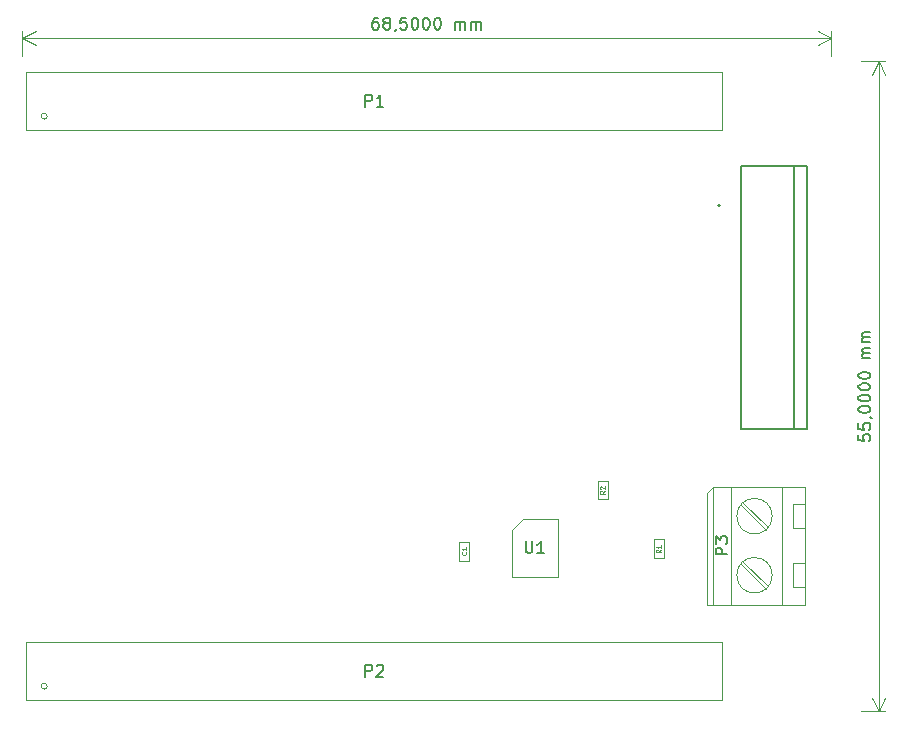
<source format=gbr>
%TF.GenerationSoftware,KiCad,Pcbnew,(6.0.11)*%
%TF.CreationDate,2024-05-08T14:50:23+07:00*%
%TF.ProjectId,CTP_Display_CANbus_revA,4354505f-4469-4737-906c-61795f43414e,rev?*%
%TF.SameCoordinates,PX5f5e100PY5f5e100*%
%TF.FileFunction,AssemblyDrawing,Top*%
%FSLAX46Y46*%
G04 Gerber Fmt 4.6, Leading zero omitted, Abs format (unit mm)*
G04 Created by KiCad (PCBNEW (6.0.11)) date 2024-05-08 14:50:23*
%MOMM*%
%LPD*%
G01*
G04 APERTURE LIST*
%ADD10C,0.150000*%
%ADD11C,0.100000*%
%ADD12C,0.060000*%
%ADD13C,0.127000*%
%ADD14C,0.200000*%
%ADD15C,0.025400*%
G04 APERTURE END LIST*
D10*
X30107142Y58697620D02*
X29916666Y58697620D01*
X29821428Y58650000D01*
X29773809Y58602381D01*
X29678571Y58459524D01*
X29630952Y58269048D01*
X29630952Y57888096D01*
X29678571Y57792858D01*
X29726190Y57745239D01*
X29821428Y57697620D01*
X30011904Y57697620D01*
X30107142Y57745239D01*
X30154761Y57792858D01*
X30202380Y57888096D01*
X30202380Y58126191D01*
X30154761Y58221429D01*
X30107142Y58269048D01*
X30011904Y58316667D01*
X29821428Y58316667D01*
X29726190Y58269048D01*
X29678571Y58221429D01*
X29630952Y58126191D01*
X30773809Y58269048D02*
X30678571Y58316667D01*
X30630952Y58364286D01*
X30583333Y58459524D01*
X30583333Y58507143D01*
X30630952Y58602381D01*
X30678571Y58650000D01*
X30773809Y58697620D01*
X30964285Y58697620D01*
X31059523Y58650000D01*
X31107142Y58602381D01*
X31154761Y58507143D01*
X31154761Y58459524D01*
X31107142Y58364286D01*
X31059523Y58316667D01*
X30964285Y58269048D01*
X30773809Y58269048D01*
X30678571Y58221429D01*
X30630952Y58173810D01*
X30583333Y58078572D01*
X30583333Y57888096D01*
X30630952Y57792858D01*
X30678571Y57745239D01*
X30773809Y57697620D01*
X30964285Y57697620D01*
X31059523Y57745239D01*
X31107142Y57792858D01*
X31154761Y57888096D01*
X31154761Y58078572D01*
X31107142Y58173810D01*
X31059523Y58221429D01*
X30964285Y58269048D01*
X31630952Y57745239D02*
X31630952Y57697620D01*
X31583333Y57602381D01*
X31535714Y57554762D01*
X32535714Y58697620D02*
X32059523Y58697620D01*
X32011904Y58221429D01*
X32059523Y58269048D01*
X32154761Y58316667D01*
X32392857Y58316667D01*
X32488095Y58269048D01*
X32535714Y58221429D01*
X32583333Y58126191D01*
X32583333Y57888096D01*
X32535714Y57792858D01*
X32488095Y57745239D01*
X32392857Y57697620D01*
X32154761Y57697620D01*
X32059523Y57745239D01*
X32011904Y57792858D01*
X33202380Y58697620D02*
X33297619Y58697620D01*
X33392857Y58650000D01*
X33440476Y58602381D01*
X33488095Y58507143D01*
X33535714Y58316667D01*
X33535714Y58078572D01*
X33488095Y57888096D01*
X33440476Y57792858D01*
X33392857Y57745239D01*
X33297619Y57697620D01*
X33202380Y57697620D01*
X33107142Y57745239D01*
X33059523Y57792858D01*
X33011904Y57888096D01*
X32964285Y58078572D01*
X32964285Y58316667D01*
X33011904Y58507143D01*
X33059523Y58602381D01*
X33107142Y58650000D01*
X33202380Y58697620D01*
X34154761Y58697620D02*
X34250000Y58697620D01*
X34345238Y58650000D01*
X34392857Y58602381D01*
X34440476Y58507143D01*
X34488095Y58316667D01*
X34488095Y58078572D01*
X34440476Y57888096D01*
X34392857Y57792858D01*
X34345238Y57745239D01*
X34250000Y57697620D01*
X34154761Y57697620D01*
X34059523Y57745239D01*
X34011904Y57792858D01*
X33964285Y57888096D01*
X33916666Y58078572D01*
X33916666Y58316667D01*
X33964285Y58507143D01*
X34011904Y58602381D01*
X34059523Y58650000D01*
X34154761Y58697620D01*
X35107142Y58697620D02*
X35202380Y58697620D01*
X35297619Y58650000D01*
X35345238Y58602381D01*
X35392857Y58507143D01*
X35440476Y58316667D01*
X35440476Y58078572D01*
X35392857Y57888096D01*
X35345238Y57792858D01*
X35297619Y57745239D01*
X35202380Y57697620D01*
X35107142Y57697620D01*
X35011904Y57745239D01*
X34964285Y57792858D01*
X34916666Y57888096D01*
X34869047Y58078572D01*
X34869047Y58316667D01*
X34916666Y58507143D01*
X34964285Y58602381D01*
X35011904Y58650000D01*
X35107142Y58697620D01*
X36630952Y57697620D02*
X36630952Y58364286D01*
X36630952Y58269048D02*
X36678571Y58316667D01*
X36773809Y58364286D01*
X36916666Y58364286D01*
X37011904Y58316667D01*
X37059523Y58221429D01*
X37059523Y57697620D01*
X37059523Y58221429D02*
X37107142Y58316667D01*
X37202380Y58364286D01*
X37345238Y58364286D01*
X37440476Y58316667D01*
X37488095Y58221429D01*
X37488095Y57697620D01*
X37964285Y57697620D02*
X37964285Y58364286D01*
X37964285Y58269048D02*
X38011904Y58316667D01*
X38107142Y58364286D01*
X38250000Y58364286D01*
X38345238Y58316667D01*
X38392857Y58221429D01*
X38392857Y57697620D01*
X38392857Y58221429D02*
X38440476Y58316667D01*
X38535714Y58364286D01*
X38678571Y58364286D01*
X38773809Y58316667D01*
X38821428Y58221429D01*
X38821428Y57697620D01*
D11*
X0Y55500000D02*
X0Y57586420D01*
X68500000Y55500000D02*
X68500000Y57586420D01*
X0Y57000000D02*
X68500000Y57000000D01*
X0Y57000000D02*
X68500000Y57000000D01*
X0Y57000000D02*
X1126504Y56413579D01*
X0Y57000000D02*
X1126504Y57586421D01*
X68500000Y57000000D02*
X67373496Y57586421D01*
X68500000Y57000000D02*
X67373496Y56413579D01*
D10*
X70802380Y23404762D02*
X70802380Y22928572D01*
X71278571Y22880953D01*
X71230952Y22928572D01*
X71183333Y23023810D01*
X71183333Y23261905D01*
X71230952Y23357143D01*
X71278571Y23404762D01*
X71373809Y23452381D01*
X71611904Y23452381D01*
X71707142Y23404762D01*
X71754761Y23357143D01*
X71802380Y23261905D01*
X71802380Y23023810D01*
X71754761Y22928572D01*
X71707142Y22880953D01*
X70802380Y24357143D02*
X70802380Y23880953D01*
X71278571Y23833334D01*
X71230952Y23880953D01*
X71183333Y23976191D01*
X71183333Y24214286D01*
X71230952Y24309524D01*
X71278571Y24357143D01*
X71373809Y24404762D01*
X71611904Y24404762D01*
X71707142Y24357143D01*
X71754761Y24309524D01*
X71802380Y24214286D01*
X71802380Y23976191D01*
X71754761Y23880953D01*
X71707142Y23833334D01*
X71754761Y24880953D02*
X71802380Y24880953D01*
X71897619Y24833334D01*
X71945238Y24785715D01*
X70802380Y25500000D02*
X70802380Y25595239D01*
X70850000Y25690477D01*
X70897619Y25738096D01*
X70992857Y25785715D01*
X71183333Y25833334D01*
X71421428Y25833334D01*
X71611904Y25785715D01*
X71707142Y25738096D01*
X71754761Y25690477D01*
X71802380Y25595239D01*
X71802380Y25500000D01*
X71754761Y25404762D01*
X71707142Y25357143D01*
X71611904Y25309524D01*
X71421428Y25261905D01*
X71183333Y25261905D01*
X70992857Y25309524D01*
X70897619Y25357143D01*
X70850000Y25404762D01*
X70802380Y25500000D01*
X70802380Y26452381D02*
X70802380Y26547620D01*
X70850000Y26642858D01*
X70897619Y26690477D01*
X70992857Y26738096D01*
X71183333Y26785715D01*
X71421428Y26785715D01*
X71611904Y26738096D01*
X71707142Y26690477D01*
X71754761Y26642858D01*
X71802380Y26547620D01*
X71802380Y26452381D01*
X71754761Y26357143D01*
X71707142Y26309524D01*
X71611904Y26261905D01*
X71421428Y26214286D01*
X71183333Y26214286D01*
X70992857Y26261905D01*
X70897619Y26309524D01*
X70850000Y26357143D01*
X70802380Y26452381D01*
X70802380Y27404762D02*
X70802380Y27500000D01*
X70850000Y27595239D01*
X70897619Y27642858D01*
X70992857Y27690477D01*
X71183333Y27738096D01*
X71421428Y27738096D01*
X71611904Y27690477D01*
X71707142Y27642858D01*
X71754761Y27595239D01*
X71802380Y27500000D01*
X71802380Y27404762D01*
X71754761Y27309524D01*
X71707142Y27261905D01*
X71611904Y27214286D01*
X71421428Y27166667D01*
X71183333Y27166667D01*
X70992857Y27214286D01*
X70897619Y27261905D01*
X70850000Y27309524D01*
X70802380Y27404762D01*
X70802380Y28357143D02*
X70802380Y28452381D01*
X70850000Y28547620D01*
X70897619Y28595239D01*
X70992857Y28642858D01*
X71183333Y28690477D01*
X71421428Y28690477D01*
X71611904Y28642858D01*
X71707142Y28595239D01*
X71754761Y28547620D01*
X71802380Y28452381D01*
X71802380Y28357143D01*
X71754761Y28261905D01*
X71707142Y28214286D01*
X71611904Y28166667D01*
X71421428Y28119048D01*
X71183333Y28119048D01*
X70992857Y28166667D01*
X70897619Y28214286D01*
X70850000Y28261905D01*
X70802380Y28357143D01*
X71802380Y29880953D02*
X71135714Y29880953D01*
X71230952Y29880953D02*
X71183333Y29928572D01*
X71135714Y30023810D01*
X71135714Y30166667D01*
X71183333Y30261905D01*
X71278571Y30309524D01*
X71802380Y30309524D01*
X71278571Y30309524D02*
X71183333Y30357143D01*
X71135714Y30452381D01*
X71135714Y30595239D01*
X71183333Y30690477D01*
X71278571Y30738096D01*
X71802380Y30738096D01*
X71802380Y31214286D02*
X71135714Y31214286D01*
X71230952Y31214286D02*
X71183333Y31261905D01*
X71135714Y31357143D01*
X71135714Y31500000D01*
X71183333Y31595239D01*
X71278571Y31642858D01*
X71802380Y31642858D01*
X71278571Y31642858D02*
X71183333Y31690477D01*
X71135714Y31785715D01*
X71135714Y31928572D01*
X71183333Y32023810D01*
X71278571Y32071429D01*
X71802380Y32071429D01*
D11*
X71000000Y55000000D02*
X73086420Y55000000D01*
X71000000Y0D02*
X73086420Y0D01*
X72500000Y55000000D02*
X72500000Y0D01*
X72500000Y55000000D02*
X72500000Y0D01*
X72500000Y55000000D02*
X71913579Y53873496D01*
X72500000Y55000000D02*
X73086421Y53873496D01*
X72500000Y0D02*
X73086421Y1126504D01*
X72500000Y0D02*
X71913579Y1126504D01*
D10*
X29061904Y2917620D02*
X29061904Y3917620D01*
X29442857Y3917620D01*
X29538095Y3870000D01*
X29585714Y3822381D01*
X29633333Y3727143D01*
X29633333Y3584286D01*
X29585714Y3489048D01*
X29538095Y3441429D01*
X29442857Y3393810D01*
X29061904Y3393810D01*
X30014285Y3822381D02*
X30061904Y3870000D01*
X30157142Y3917620D01*
X30395238Y3917620D01*
X30490476Y3870000D01*
X30538095Y3822381D01*
X30585714Y3727143D01*
X30585714Y3631905D01*
X30538095Y3489048D01*
X29966666Y2917620D01*
X30585714Y2917620D01*
X59702380Y13261905D02*
X58702380Y13261905D01*
X58702380Y13642858D01*
X58750000Y13738096D01*
X58797619Y13785715D01*
X58892857Y13833334D01*
X59035714Y13833334D01*
X59130952Y13785715D01*
X59178571Y13738096D01*
X59226190Y13642858D01*
X59226190Y13261905D01*
X58702380Y14166667D02*
X58702380Y14785715D01*
X59083333Y14452381D01*
X59083333Y14595239D01*
X59130952Y14690477D01*
X59178571Y14738096D01*
X59273809Y14785715D01*
X59511904Y14785715D01*
X59607142Y14738096D01*
X59654761Y14690477D01*
X59702380Y14595239D01*
X59702380Y14309524D01*
X59654761Y14214286D01*
X59607142Y14166667D01*
D12*
X49330952Y18643334D02*
X49140476Y18510000D01*
X49330952Y18414762D02*
X48930952Y18414762D01*
X48930952Y18567143D01*
X48950000Y18605239D01*
X48969047Y18624286D01*
X49007142Y18643334D01*
X49064285Y18643334D01*
X49102380Y18624286D01*
X49121428Y18605239D01*
X49140476Y18567143D01*
X49140476Y18414762D01*
X48969047Y18795715D02*
X48950000Y18814762D01*
X48930952Y18852858D01*
X48930952Y18948096D01*
X48950000Y18986191D01*
X48969047Y19005239D01*
X49007142Y19024286D01*
X49045238Y19024286D01*
X49102380Y19005239D01*
X49330952Y18776667D01*
X49330952Y19024286D01*
D10*
X42633333Y14366667D02*
X42633333Y13573334D01*
X42680000Y13480000D01*
X42726666Y13433334D01*
X42820000Y13386667D01*
X43006666Y13386667D01*
X43100000Y13433334D01*
X43146666Y13480000D01*
X43193333Y13573334D01*
X43193333Y14366667D01*
X44173333Y13386667D02*
X43613333Y13386667D01*
X43893333Y13386667D02*
X43893333Y14366667D01*
X43800000Y14226667D01*
X43706666Y14133334D01*
X43613333Y14086667D01*
X29061904Y51177620D02*
X29061904Y52177620D01*
X29442857Y52177620D01*
X29538095Y52130000D01*
X29585714Y52082381D01*
X29633333Y51987143D01*
X29633333Y51844286D01*
X29585714Y51749048D01*
X29538095Y51701429D01*
X29442857Y51653810D01*
X29061904Y51653810D01*
X30585714Y51177620D02*
X30014285Y51177620D01*
X30300000Y51177620D02*
X30300000Y52177620D01*
X30204761Y52034762D01*
X30109523Y51939524D01*
X30014285Y51891905D01*
D12*
X54080952Y13663334D02*
X53890476Y13530000D01*
X54080952Y13434762D02*
X53680952Y13434762D01*
X53680952Y13587143D01*
X53700000Y13625239D01*
X53719047Y13644286D01*
X53757142Y13663334D01*
X53814285Y13663334D01*
X53852380Y13644286D01*
X53871428Y13625239D01*
X53890476Y13587143D01*
X53890476Y13434762D01*
X54080952Y14044286D02*
X54080952Y13815715D01*
X54080952Y13930000D02*
X53680952Y13930000D01*
X53738095Y13891905D01*
X53776190Y13853810D01*
X53795238Y13815715D01*
X37562857Y13473334D02*
X37581904Y13454286D01*
X37600952Y13397143D01*
X37600952Y13359048D01*
X37581904Y13301905D01*
X37543809Y13263810D01*
X37505714Y13244762D01*
X37429523Y13225715D01*
X37372380Y13225715D01*
X37296190Y13244762D01*
X37258095Y13263810D01*
X37220000Y13301905D01*
X37200952Y13359048D01*
X37200952Y13397143D01*
X37220000Y13454286D01*
X37239047Y13473334D01*
X37600952Y13854286D02*
X37600952Y13625715D01*
X37600952Y13740000D02*
X37200952Y13740000D01*
X37258095Y13701905D01*
X37296190Y13663810D01*
X37315238Y13625715D01*
D13*
X66450000Y23850000D02*
X66450000Y46150000D01*
X65350000Y23850000D02*
X66450000Y23850000D01*
X66450000Y46150000D02*
X65350000Y46150000D01*
X60850000Y46150000D02*
X60850000Y23850000D01*
X65350000Y23850000D02*
X65350000Y46150000D01*
X60850000Y23850000D02*
X65350000Y23850000D01*
X65350000Y46150000D02*
X60850000Y46150000D01*
D14*
X59100000Y42810000D02*
G75*
G03*
X59100000Y42810000I-100000J0D01*
G01*
D15*
X59265000Y5845000D02*
X335000Y5845000D01*
X59265000Y895000D02*
X59265000Y5845000D01*
X335000Y895000D02*
X59265000Y895000D01*
X335000Y5845000D02*
X335000Y895000D01*
X2114000Y2100000D02*
G75*
G03*
X2114000Y2100000I-254000J0D01*
G01*
D11*
X58500000Y19000000D02*
X58500000Y9000000D01*
X63138000Y15545000D02*
X61045000Y17638000D01*
X66300000Y9000000D02*
X58000000Y9000000D01*
X62955000Y15362000D02*
X60862000Y17455000D01*
X66300000Y19000000D02*
X66300000Y9000000D01*
X58000000Y9000000D02*
X58000000Y18500000D01*
X66300000Y12500000D02*
X65300000Y12500000D01*
X66300000Y10500000D02*
X66300000Y12500000D01*
X66300000Y17500000D02*
X65300000Y17500000D01*
X65300000Y12500000D02*
X65300000Y10500000D01*
X63138000Y10545000D02*
X61045000Y12637000D01*
X65300000Y15500000D02*
X66300000Y15500000D01*
X64300000Y19000000D02*
X64300000Y9000000D01*
X60000000Y19000000D02*
X60000000Y9000000D01*
X62955000Y10362000D02*
X60862000Y12454000D01*
X65300000Y17500000D02*
X65300000Y15500000D01*
X66300000Y15500000D02*
X66300000Y17500000D01*
X58000000Y18500000D02*
X58500000Y19000000D01*
X58500000Y19000000D02*
X66300000Y19000000D01*
X65300000Y10500000D02*
X66300000Y10500000D01*
X63500000Y11500000D02*
G75*
G03*
X63500000Y11500000I-1500000J0D01*
G01*
X63500000Y16500000D02*
G75*
G03*
X63500000Y16500000I-1500000J0D01*
G01*
X48737500Y19510000D02*
X49562500Y19510000D01*
X49562500Y19510000D02*
X49562500Y17910000D01*
X48737500Y17910000D02*
X48737500Y19510000D01*
X49562500Y17910000D02*
X48737500Y17910000D01*
X42405000Y16280000D02*
X45330000Y16280000D01*
X41430000Y11380000D02*
X41430000Y15305000D01*
X41430000Y15305000D02*
X42405000Y16280000D01*
X45330000Y11380000D02*
X41430000Y11380000D01*
X45330000Y16280000D02*
X45330000Y11380000D01*
D15*
X335000Y49155000D02*
X59265000Y49155000D01*
X335000Y54105000D02*
X335000Y49155000D01*
X59265000Y49155000D02*
X59265000Y54105000D01*
X59265000Y54105000D02*
X335000Y54105000D01*
X2114000Y50360000D02*
G75*
G03*
X2114000Y50360000I-254000J0D01*
G01*
D11*
X54312500Y12930000D02*
X53487500Y12930000D01*
X54312500Y14530000D02*
X54312500Y12930000D01*
X53487500Y12930000D02*
X53487500Y14530000D01*
X53487500Y14530000D02*
X54312500Y14530000D01*
X37820000Y12740000D02*
X37020000Y12740000D01*
X37020000Y12740000D02*
X37020000Y14340000D01*
X37020000Y14340000D02*
X37820000Y14340000D01*
X37820000Y14340000D02*
X37820000Y12740000D01*
M02*

</source>
